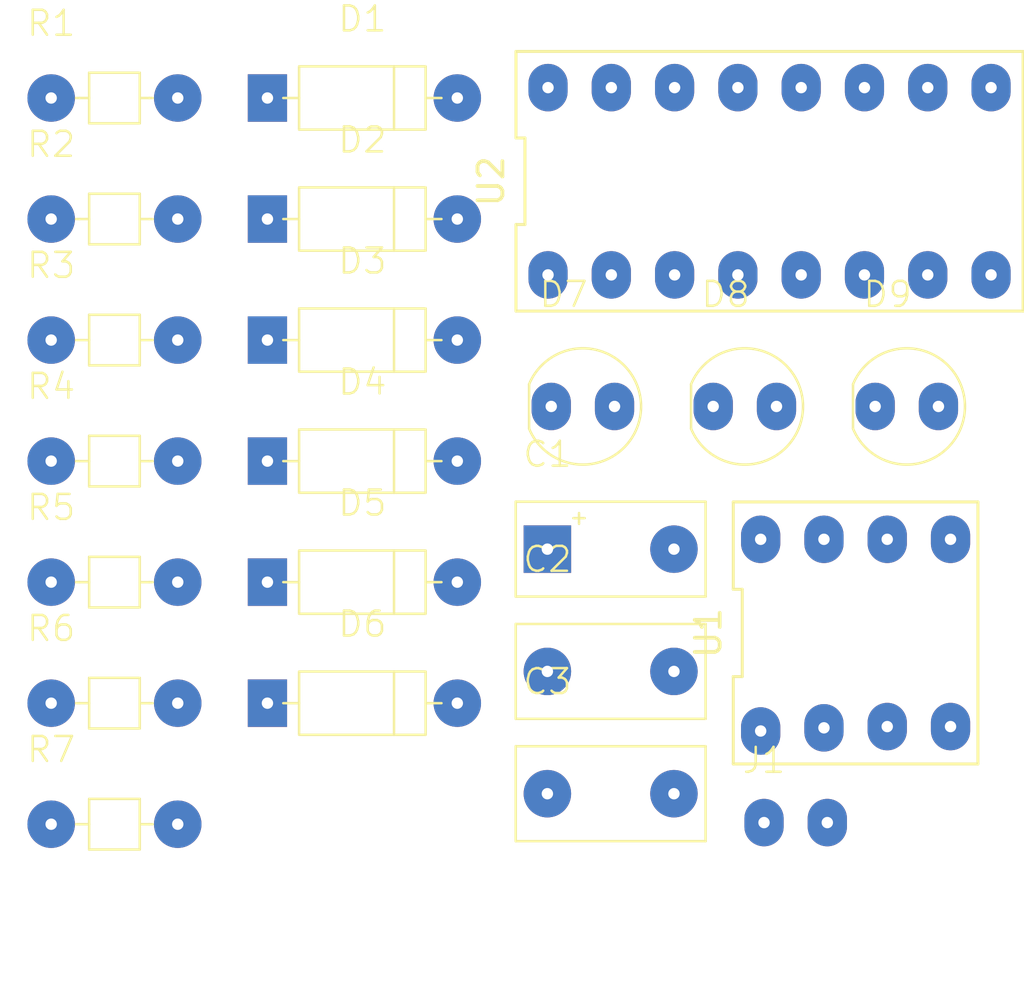
<source format=kicad_pcb>
(kicad_pcb (version 20240108) (generator "pcbnew") (generator_version "8.0")
  (layers (0 "F.Cu" signal) (31 "B.Cu" signal) (34 "B.Paste" user) (35 "F.Paste" user) (36 "B.SilkS" user "B.Silkscreen") (37 "F.SilkS" user "F.Silkscreen") (38 "B.Mask" user) (39 "F.Mask" user) (44 "Edge.Cuts" user))
  (net 0 "")
  (net 1 "Net-(U1-THR)")
  (net 2 "GND")
  (net 3 "Net-(U1-CV)")
  (net 4 "Net-(U2-Reset)")
  (net 5 "Net-(J1-Pin_1)")
  (net 6 "Net-(D1-K)")
  (net 7 "Net-(D1-A)")
  (net 8 "Net-(D2-A)")
  (net 9 "Net-(D3-A)")
  (net 10 "Net-(D4-A)")
  (net 11 "Net-(D5-A)")
  (net 12 "Net-(D5-K)")
  (net 13 "Net-(D6-A)")
  (net 14 "Net-(D7-A)")
  (net 15 "Net-(D8-A)")
  (net 16 "Net-(D9-A)")
  (net 17 "Net-(U1-DIS)")
  (net 18 "Net-(U1-Q)")
  (net 19 "Net-(U2-CLK)")
  (net 20 "Net-(U2-CKEN)")
  (net 21 "Net-(U2-Cout)")
  (footprint "MyLibrary:Diode" (layer "F.Cu") (at 134.085 76.7)
    (property "Reference" "D5" (at 3.81 -3.175 0) (layer "F.SilkS") (effects (font (thickness 0.1))))
    (property "Value" "1N4148")
    (fp_line (start 0.635 0) (end 1.27 0) (stroke (width 0.1)) (layer "F.SilkS"))
    (fp_line (start 5.08 -1.27) (end 5.08 1.27) (stroke (width 0.1)) (layer "F.SilkS"))
    (fp_line (start 6.35 0) (end 6.985 0) (stroke (width 0.1)) (layer "F.SilkS"))
    (fp_rect (start 1.27 -1.27) (end 6.35 1.27) (stroke (width 0.1)) (fill none) (layer "F.SilkS"))
    (pad "1" thru_hole rect (at 0 0) (size 1.5748 1.905) (drill 0.4572) (layers "*.Cu" "*.Mask") (net 12 "Net-(D5-K)"))
    (pad "2" thru_hole circle (at 7.62 0) (size 1.905 1.905) (drill 0.4572) (layers "*.Cu" "*.Mask") (net 11 "Net-(D5-A)"))
  )
  (footprint "MyLibrary:Connector" (layer "F.Cu") (at 154.015 86.355)
    (property "Reference" "J1" (at 0 -2.5 0) (layer "F.SilkS") (effects (font (thickness 0.1))))
    (property "Value" "Conn_01x02_Pin")
    (pad "1" thru_hole oval (at 0 0) (size 1.5748 1.905) (drill 0.4572) (layers "*.Cu" "*.Mask") (net 5 "Net-(J1-Pin_1)"))
    (pad "2" thru_hole oval (at 2.54 0) (size 1.5748 1.905) (drill 0.4572) (layers "*.Cu" "*.Mask") (net 2 "GND"))
  )
  (footprint "MyLibrary:LED" (layer "F.Cu") (at 151.975 69.645)
    (property "Reference" "D8" (at 0.5 -4.5 0) (layer "F.SilkS") (effects (font (thickness 0.1))))
    (property "Value" "LED-YELLOW")
    (fp_line (start -0.888999 -0.889001) (end -0.888999 0.889) (stroke (width 0.1)) (layer "F.SilkS"))
    (fp_arc (start -0.888999 -0.889001) (mid 3.604866 0) (end -0.888999 0.889) (stroke (width 0.1)) (layer "F.SilkS"))
    (pad "1" thru_hole oval (at 0 0) (size 1.5748 1.905) (drill 0.4572) (layers "*.Cu" "*.Mask") (net 2 "GND"))
    (pad "2" thru_hole oval (at 2.54 0) (size 1.5748 1.905) (drill 0.4572) (layers "*.Cu" "*.Mask") (net 15 "Net-(D8-A)"))
  )
  (footprint "MyLibrary:555" (layer "F.Cu") (at 153.88 82.677)
    (property "Reference" "U1" (at -2.1 -3.937 90) (layer "F.SilkS"))
    (property "Value" "LM555xN")
    (fp_line (start -1.1 -9.197) (end -1.1 -5.690333) (stroke (width 0.12)) (layer "F.SilkS"))
    (fp_line (start -1.1 -5.690333) (end -0.74 -5.690333) (stroke (width 0.12)) (layer "F.SilkS"))
    (fp_line (start -1.1 -2.183667) (end -1.1 1.323) (stroke (width 0.12)) (layer "F.SilkS"))
    (fp_line (start -1.1 1.323) (end 8.72 1.323) (stroke (width 0.12)) (layer "F.SilkS"))
    (fp_line (start -0.74 -5.690333) (end -0.74 -2.183667) (stroke (width 0.12)) (layer "F.SilkS"))
    (fp_line (start -0.74 -2.183667) (end -1.1 -2.183667) (stroke (width 0.12)) (layer "F.SilkS"))
    (fp_line (start 8.72 -9.197) (end -1.1 -9.197) (stroke (width 0.12)) (layer "F.SilkS"))
    (fp_line (start 8.72 1.323) (end 8.72 -9.197) (stroke (width 0.12)) (layer "F.SilkS"))
    (pad "1" thru_hole oval (at 0 0) (size 1.5748 1.905) (drill 0.4572) (layers "*.Cu" "*.Mask") (net 2 "GND"))
    (pad "2" thru_hole oval (at 2.54 -0.127) (size 1.5748 1.905) (drill 0.4572) (layers "*.Cu" "*.Mask") (net 1 "Net-(U1-THR)"))
    (pad "3" thru_hole oval (at 5.08 -0.177) (size 1.5748 1.905) (drill 0.4572) (layers "*.Cu" "*.Mask") (net 18 "Net-(U1-Q)"))
    (pad "4" thru_hole oval (at 7.62 -0.177) (size 1.5748 1.905) (drill 0.4572) (layers "*.Cu" "*.Mask") (net 5 "Net-(J1-Pin_1)"))
    (pad "5" thru_hole oval (at 7.62 -7.697) (size 1.5748 1.905) (drill 0.4572) (layers "*.Cu" "*.Mask") (net 3 "Net-(U1-CV)"))
    (pad "6" thru_hole oval (at 5.08 -7.697) (size 1.5748 1.905) (drill 0.4572) (layers "*.Cu" "*.Mask") (net 1 "Net-(U1-THR)"))
    (pad "7" thru_hole oval (at 2.54 -7.697) (size 1.5748 1.905) (drill 0.4572) (layers "*.Cu" "*.Mask") (net 17 "Net-(U1-DIS)"))
    (pad "8" thru_hole oval (at 0 -7.697) (size 1.5748 1.905) (drill 0.4572) (layers "*.Cu" "*.Mask") (net 5 "Net-(J1-Pin_1)"))
  )
  (footprint "MyLibrary:Diode" (layer "F.Cu") (at 134.085 81.56)
    (property "Reference" "D6" (at 3.81 -3.175 0) (layer "F.SilkS") (effects (font (thickness 0.1))))
    (property "Value" "1N4148")
    (fp_line (start 0.635 0) (end 1.27 0) (stroke (width 0.1)) (layer "F.SilkS"))
    (fp_line (start 5.08 -1.27) (end 5.08 1.27) (stroke (width 0.1)) (layer "F.SilkS"))
    (fp_line (start 6.35 0) (end 6.985 0) (stroke (width 0.1)) (layer "F.SilkS"))
    (fp_rect (start 1.27 -1.27) (end 6.35 1.27) (stroke (width 0.1)) (fill none) (layer "F.SilkS"))
    (pad "1" thru_hole rect (at 0 0) (size 1.5748 1.905) (drill 0.4572) (layers "*.Cu" "*.Mask") (net 12 "Net-(D5-K)"))
    (pad "2" thru_hole circle (at 7.62 0) (size 1.905 1.905) (drill 0.4572) (layers "*.Cu" "*.Mask") (net 13 "Net-(D6-A)"))
  )
  (footprint "MyLibrary:Capacitor" (layer "F.Cu") (at 145.32 85.195)
    (property "Reference" "C3" (at 0 -4.5 0) (layer "F.SilkS") (effects (font (thickness 0.1))))
    (property "Value" "6.8nF")
    (fp_line (start -1.27 -1.905) (end -1.27 1.905) (stroke (width 0.1)) (layer "F.SilkS"))
    (fp_line (start -1.27 1.905) (end 6.35 1.905) (stroke (width 0.1)) (layer "F.SilkS"))
    (fp_line (start 6.35 -1.905) (end -1.27 -1.905) (stroke (width 0.1)) (layer "F.SilkS"))
    (fp_line (start 6.35 -1.905) (end 6.35 1.905) (stroke (width 0.1)) (layer "F.SilkS"))
    (pad "1" thru_hole oval (at 0 0) (size 1.905 1.905) (drill 0.4572) (layers "*.Cu" "*.Mask") (net 5 "Net-(J1-Pin_1)"))
    (pad "2" thru_hole oval (at 5.08 0) (size 1.905 1.905) (drill 0.4572) (layers "*.Cu" "*.Mask") (net 4 "Net-(U2-Reset)"))
  )
  (footprint "MyLibrary:Diode" (layer "F.Cu") (at 134.085 62.12)
    (property "Reference" "D2" (at 3.81 -3.175 0) (layer "F.SilkS") (effects (font (thickness 0.1))))
    (property "Value" "1N4148")
    (fp_line (start 0.635 0) (end 1.27 0) (stroke (width 0.1)) (layer "F.SilkS"))
    (fp_line (start 5.08 -1.27) (end 5.08 1.27) (stroke (width 0.1)) (layer "F.SilkS"))
    (fp_line (start 6.35 0) (end 6.985 0) (stroke (width 0.1)) (layer "F.SilkS"))
    (fp_rect (start 1.27 -1.27) (end 6.35 1.27) (stroke (width 0.1)) (fill none) (layer "F.SilkS"))
    (pad "1" thru_hole rect (at 0 0) (size 1.5748 1.905) (drill 0.4572) (layers "*.Cu" "*.Mask") (net 6 "Net-(D1-K)"))
    (pad "2" thru_hole circle (at 7.62 0) (size 1.905 1.905) (drill 0.4572) (layers "*.Cu" "*.Mask") (net 8 "Net-(D2-A)"))
  )
  (footprint "MyLibrary:Diode" (layer "F.Cu") (at 134.085 66.98)
    (property "Reference" "D3" (at 3.81 -3.175 0) (layer "F.SilkS") (effects (font (thickness 0.1))))
    (property "Value" "1N4148")
    (fp_line (start 0.635 0) (end 1.27 0) (stroke (width 0.1)) (layer "F.SilkS"))
    (fp_line (start 5.08 -1.27) (end 5.08 1.27) (stroke (width 0.1)) (layer "F.SilkS"))
    (fp_line (start 6.35 0) (end 6.985 0) (stroke (width 0.1)) (layer "F.SilkS"))
    (fp_rect (start 1.27 -1.27) (end 6.35 1.27) (stroke (width 0.1)) (fill none) (layer "F.SilkS"))
    (pad "1" thru_hole rect (at 0 0) (size 1.5748 1.905) (drill 0.4572) (layers "*.Cu" "*.Mask") (net 6 "Net-(D1-K)"))
    (pad "2" thru_hole circle (at 7.62 0) (size 1.905 1.905) (drill 0.4572) (layers "*.Cu" "*.Mask") (net 9 "Net-(D3-A)"))
  )
  (footprint "MyLibrary:Resistor" (layer "F.Cu") (at 125.405 71.84)
    (property "Reference" "R4" (at 0 -3 0) (layer "F.SilkS") (effects (font (thickness 0.1))))
    (property "Value" "100k")
    (fp_line (start 1.143 0) (end 1 0) (stroke (width 0.1)) (layer "F.SilkS"))
    (fp_line (start 1.524 -1.016) (end 3.556 -1.016) (stroke (width 0.1)) (layer "F.SilkS"))
    (fp_line (start 1.524 0) (end 1.143 0) (stroke (width 0.1)) (layer "F.SilkS"))
    (fp_line (start 1.524 0) (end 1.524 -1.016) (stroke (width 0.1)) (layer "F.SilkS"))
    (fp_line (start 1.524 1.016) (end 1.524 0) (stroke (width 0.1)) (layer "F.SilkS"))
    (fp_line (start 3.556 -1.016) (end 3.556 0) (stroke (width 0.1)) (layer "F.SilkS"))
    (fp_line (start 3.556 0) (end 3.556 1.016) (stroke (width 0.1)) (layer "F.SilkS"))
    (fp_line (start 3.556 0) (end 3.937 0) (stroke (width 0.1)) (layer "F.SilkS"))
    (fp_line (start 3.556 1.016) (end 1.524 1.016) (stroke (width 0.1)) (layer "F.SilkS"))
    (fp_line (start 3.937 0) (end 4.075 0) (stroke (width 0.1)) (layer "F.SilkS"))
    (pad "1" thru_hole oval (at 0 0) (size 1.905 1.905) (drill 0.4572) (layers "*.Cu" "*.Mask") (net 4 "Net-(U2-Reset)"))
    (pad "2" thru_hole oval (at 5.08 0) (size 1.905 1.905) (drill 0.4572) (layers "*.Cu" "*.Mask") (net 20 "Net-(U2-CKEN)"))
  )
  (footprint "MyLibrary:Diode" (layer "F.Cu") (at 134.085 71.84)
    (property "Reference" "D4" (at 3.81 -3.175 0) (layer "F.SilkS") (effects (font (thickness 0.1))))
    (property "Value" "1N4148")
    (fp_line (start 0.635 0) (end 1.27 0) (stroke (width 0.1)) (layer "F.SilkS"))
    (fp_line (start 5.08 -1.27) (end 5.08 1.27) (stroke (width 0.1)) (layer "F.SilkS"))
    (fp_line (start 6.35 0) (end 6.985 0) (stroke (width 0.1)) (layer "F.SilkS"))
    (fp_rect (start 1.27 -1.27) (end 6.35 1.27) (stroke (width 0.1)) (fill none) (layer "F.SilkS"))
    (pad "1" thru_hole rect (at 0 0) (size 1.5748 1.905) (drill 0.4572) (layers "*.Cu" "*.Mask") (net 6 "Net-(D1-K)"))
    (pad "2" thru_hole circle (at 7.62 0) (size 1.905 1.905) (drill 0.4572) (layers "*.Cu" "*.Mask") (net 10 "Net-(D4-A)"))
  )
  (footprint "MyLibrary:Counter" (layer "F.Cu") (at 145.3205 64.3371)
    (property "Reference" "U2" (at -2.2605 -3.7346 90) (layer "F.SilkS"))
    (property "Value" "4017")
    (fp_line (start -1.2605 -8.9471) (end -1.2605 -5.4721) (stroke (width 0.12)) (layer "F.SilkS"))
    (fp_line (start -1.2605 -5.4721) (end -0.9005 -5.4721) (stroke (width 0.12)) (layer "F.SilkS"))
    (fp_line (start -1.2605 -1.997101) (end -1.2605 1.477899) (stroke (width 0.12)) (layer "F.SilkS"))
    (fp_line (start -1.2605 1.477899) (end 19.0913 1.4779) (stroke (width 0.12)) (layer "F.SilkS"))
    (fp_line (start -0.9005 -5.4721) (end -0.9005 -1.997101) (stroke (width 0.12)) (layer "F.SilkS"))
    (fp_line (start -0.9005 -1.997101) (end -1.2605 -1.997101) (stroke (width 0.12)) (layer "F.SilkS"))
    (fp_line (start 19.0913 -8.947099) (end -1.2605 -8.9471) (stroke (width 0.12)) (layer "F.SilkS"))
    (fp_line (start 19.0913 1.4779) (end 19.0913 -8.947099) (stroke (width 0.12)) (layer "F.SilkS"))
    (pad "1" thru_hole oval (at 0.0254 0.0254) (size 1.5718 1.905) (drill 0.4572) (layers "*.Cu" "*.Mask") (net 7 "Net-(D1-A)"))
    (pad "2" thru_hole oval (at 2.5654 0.0254) (size 1.5718 1.905) (drill 0.4572) (layers "*.Cu" "*.Mask"))
    (pad "3" thru_hole oval (at 5.1054 0.0254) (size 1.5718 1.905) (drill 0.4572) (layers "*.Cu" "*.Mask"))
    (pad "4" thru_hole oval (at 7.6454 0.0254) (size 1.5718 1.905) (drill 0.4572) (layers "*.Cu" "*.Mask"))
    (pad "5" thru_hole oval (at 10.1854 0.0254) (size 1.5718 1.905) (drill 0.4572) (layers "*.Cu" "*.Mask") (net 8 "Net-(D2-A)"))
    (pad "6" thru_hole oval (at 12.7254 0.0254) (size 1.5718 1.905) (drill 0.4572) (layers "*.Cu" "*.Mask") (net 9 "Net-(D3-A)"))
    (pad "7" thru_hole oval (at 15.2654 0.0254) (size 1.5718 1.905) (drill 0.4572) (layers "*.Cu" "*.Mask"))
    (pad "8" thru_hole oval (at 17.8054 0.0254) (size 1.5718 1.905) (drill 0.4572) (layers "*.Cu" "*.Mask"))
    (pad "9" thru_hole oval (at 17.8054 -7.4946) (size 1.5718 1.905) (drill 0.4572) (layers "*.Cu" "*.Mask") (net 10 "Net-(D4-A)"))
    (pad "10" thru_hole oval (at 15.2654 -7.4946) (size 1.5718 1.905) (drill 0.4572) (layers "*.Cu" "*.Mask") (net 13 "Net-(D6-A)"))
    (pad "11" thru_hole oval (at 12.7254 -7.4946) (size 1.5718 1.905) (drill 0.4572) (layers "*.Cu" "*.Mask") (net 11 "Net-(D5-A)"))
    (pad "12" thru_hole oval (at 10.1854 -7.4946) (size 1.5718 1.905) (drill 0.4572) (layers "*.Cu" "*.Mask") (net 21 "Net-(U2-Cout)"))
    (pad "13" thru_hole oval (at 7.6454 -7.4946) (size 1.5718 1.905) (drill 0.4572) (layers "*.Cu" "*.Mask") (net 20 "Net-(U2-CKEN)"))
    (pad "14" thru_hole oval (at 5.1054 -7.4946) (size 1.5718 1.905) (drill 0.4572) (layers "*.Cu" "*.Mask") (net 19 "Net-(U2-CLK)"))
    (pad "15" thru_hole oval (at 2.5654 -7.4946) (size 1.5718 1.905) (drill 0.4572) (layers "*.Cu" "*.Mask") (net 4 "Net-(U2-Reset)"))
    (pad "16" thru_hole oval (at 0.0254 -7.4946) (size 1.5718 1.905) (drill 0.4572) (layers "*.Cu" "*.Mask"))
  )
  (footprint "MyLibrary:LED" (layer "F.Cu") (at 145.475 69.645)
    (property "Reference" "D7" (at 0.5 -4.5 0) (layer "F.SilkS") (effects (font (thickness 0.1))))
    (property "Value" "LED-GREEN")
    (fp_line (start -0.888999 -0.889001) (end -0.888999 0.889) (stroke (width 0.1)) (layer "F.SilkS"))
    (fp_arc (start -0.888999 -0.889001) (mid 3.604866 0) (end -0.888999 0.889) (stroke (width 0.1)) (layer "F.SilkS"))
    (pad "1" thru_hole oval (at 0 0) (size 1.5748 1.905) (drill 0.4572) (layers "*.Cu" "*.Mask") (net 2 "GND"))
    (pad "2" thru_hole oval (at 2.54 0) (size 1.5748 1.905) (drill 0.4572) (layers "*.Cu" "*.Mask") (net 14 "Net-(D7-A)"))
  )
  (footprint "MyLibrary:Resistor" (layer "F.Cu") (at 125.405 62.12)
    (property "Reference" "R2" (at 0 -3 0) (layer "F.SilkS") (effects (font (thickness 0.1))))
    (property "Value" "22k")
    (fp_line (start 1.143 0) (end 1 0) (stroke (width 0.1)) (layer "F.SilkS"))
    (fp_line (start 1.524 -1.016) (end 3.556 -1.016) (stroke (width 0.1)) (layer "F.SilkS"))
    (fp_line (start 1.524 0) (end 1.143 0) (stroke (width 0.1)) (layer "F.SilkS"))
    (fp_line (start 1.524 0) (end 1.524 -1.016) (stroke (width 0.1)) (layer "F.SilkS"))
    (fp_line (start 1.524 1.016) (end 1.524 0) (stroke (width 0.1)) (layer "F.SilkS"))
    (fp_line (start 3.556 -1.016) (end 3.556 0) (stroke (width 0.1)) (layer "F.SilkS"))
    (fp_line (start 3.556 0) (end 3.556 1.016) (stroke (width 0.1)) (layer "F.SilkS"))
    (fp_line (start 3.556 0) (end 3.937 0) (stroke (width 0.1)) (layer "F.SilkS"))
    (fp_line (start 3.556 1.016) (end 1.524 1.016) (stroke (width 0.1)) (layer "F.SilkS"))
    (fp_line (start 3.937 0) (end 4.075 0) (stroke (width 0.1)) (layer "F.SilkS"))
    (pad "1" thru_hole oval (at 0 0) (size 1.905 1.905) (drill 0.4572) (layers "*.Cu" "*.Mask") (net 5 "Net-(J1-Pin_1)"))
    (pad "2" thru_hole oval (at 5.08 0) (size 1.905 1.905) (drill 0.4572) (layers "*.Cu" "*.Mask") (net 17 "Net-(U1-DIS)"))
  )
  (footprint "MyLibrary:Diode" (layer "F.Cu") (at 134.085 57.26)
    (property "Reference" "D1" (at 3.81 -3.175 0) (layer "F.SilkS") (effects (font (thickness 0.1))))
    (property "Value" "1N4148")
    (fp_line (start 0.635 0) (end 1.27 0) (stroke (width 0.1)) (layer "F.SilkS"))
    (fp_line (start 5.08 -1.27) (end 5.08 1.27) (stroke (width 0.1)) (layer "F.SilkS"))
    (fp_line (start 6.35 0) (end 6.985 0) (stroke (width 0.1)) (layer "F.SilkS"))
    (fp_rect (start 1.27 -1.27) (end 6.35 1.27) (stroke (width 0.1)) (fill none) (layer "F.SilkS"))
    (pad "1" thru_hole rect (at 0 0) (size 1.5748 1.905) (drill 0.4572) (layers "*.Cu" "*.Mask") (net 6 "Net-(D1-K)"))
    (pad "2" thru_hole circle (at 7.62 0) (size 1.905 1.905) (drill 0.4572) (layers "*.Cu" "*.Mask") (net 7 "Net-(D1-A)"))
  )
  (footprint "MyLibrary:Capacitor" (layer "F.Cu") (at 145.32 80.285)
    (property "Reference" "C2" (at 0 -4.5 0) (layer "F.SilkS") (effects (font (thickness 0.1))))
    (property "Value" "0.01uF")
    (fp_line (start -1.27 -1.905) (end -1.27 1.905) (stroke (width 0.1)) (layer "F.SilkS"))
    (fp_line (start -1.27 1.905) (end 6.35 1.905) (stroke (width 0.1)) (layer "F.SilkS"))
    (fp_line (start 6.35 -1.905) (end -1.27 -1.905) (stroke (width 0.1)) (layer "F.SilkS"))
    (fp_line (start 6.35 -1.905) (end 6.35 1.905) (stroke (width 0.1)) (layer "F.SilkS"))
    (pad "1" thru_hole oval (at 0 0) (size 1.905 1.905) (drill 0.4572) (layers "*.Cu" "*.Mask") (net 3 "Net-(U1-CV)"))
    (pad "2" thru_hole oval (at 5.08 0) (size 1.905 1.905) (drill 0.4572) (layers "*.Cu" "*.Mask") (net 2 "GND"))
  )
  (footprint "MyLibrary:Resistor" (layer "F.Cu") (at 125.405 57.26)
    (property "Reference" "R1" (at 0 -3 0) (layer "F.SilkS") (effects (font (thickness 0.1))))
    (property "Value" "10k")
    (fp_line (start 1.143 0) (end 1 0) (stroke (width 0.1)) (layer "F.SilkS"))
    (fp_line (start 1.524 -1.016) (end 3.556 -1.016) (stroke (width 0.1)) (layer "F.SilkS"))
    (fp_line (start 1.524 0) (end 1.143 0) (stroke (width 0.1)) (layer "F.SilkS"))
    (fp_line (start 1.524 0) (end 1.524 -1.016) (stroke (width 0.1)) (layer "F.SilkS"))
    (fp_line (start 1.524 1.016) (end 1.524 0) (stroke (width 0.1)) (layer "F.SilkS"))
    (fp_line (start 3.556 -1.016) (end 3.556 0) (stroke (width 0.1)) (layer "F.SilkS"))
    (fp_line (start 3.556 0) (end 3.556 1.016) (stroke (width 0.1)) (layer "F.SilkS"))
    (fp_line (start 3.556 0) (end 3.937 0) (stroke (width 0.1)) (layer "F.SilkS"))
    (fp_line (start 3.556 1.016) (end 1.524 1.016) (stroke (width 0.1)) (layer "F.SilkS"))
    (fp_line (start 3.937 0) (end 4.075 0) (stroke (width 0.1)) (layer "F.SilkS"))
    (pad "1" thru_hole oval (at 0 0) (size 1.905 1.905) (drill 0.4572) (layers "*.Cu" "*.Mask") (net 17 "Net-(U1-DIS)"))
    (pad "2" thru_hole oval (at 5.08 0) (size 1.905 1.905) (drill 0.4572) (layers "*.Cu" "*.Mask") (net 1 "Net-(U1-THR)"))
  )
  (footprint "MyLibrary:Resistor" (layer "F.Cu") (at 125.405 76.7)
    (property "Reference" "R5" (at 0 -3 0) (layer "F.SilkS") (effects (font (thickness 0.1))))
    (property "Value" "100R")
    (fp_line (start 1.143 0) (end 1 0) (stroke (width 0.1)) (layer "F.SilkS"))
    (fp_line (start 1.524 -1.016) (end 3.556 -1.016) (stroke (width 0.1)) (layer "F.SilkS"))
    (fp_line (start 1.524 0) (end 1.143 0) (stroke (width 0.1)) (layer "F.SilkS"))
    (fp_line (start 1.524 0) (end 1.524 -1.016) (stroke (width 0.1)) (layer "F.SilkS"))
    (fp_line (start 1.524 1.016) (end 1.524 0) (stroke (width 0.1)) (layer "F.SilkS"))
    (fp_line (start 3.556 -1.016) (end 3.556 0) (stroke (width 0.1)) (layer "F.SilkS"))
    (fp_line (start 3.556 0) (end 3.556 1.016) (stroke (width 0.1)) (layer "F.SilkS"))
    (fp_line (start 3.556 0) (end 3.937 0) (stroke (width 0.1)) (layer "F.SilkS"))
    (fp_line (start 3.556 1.016) (end 1.524 1.016) (stroke (width 0.1)) (layer "F.SilkS"))
    (fp_line (start 3.937 0) (end 4.075 0) (stroke (width 0.1)) (layer "F.SilkS"))
    (pad "1" thru_hole oval (at 0 0) (size 1.905 1.905) (drill 0.4572) (layers "*.Cu" "*.Mask") (net 6 "Net-(D1-K)"))
    (pad "2" thru_hole oval (at 5.08 0) (size 1.905 1.905) (drill 0.4572) (layers "*.Cu" "*.Mask") (net 14 "Net-(D7-A)"))
  )
  (footprint "MyLibrary:LED" (layer "F.Cu") (at 158.475 69.645)
    (property "Reference" "D9" (at 0.5 -4.5 0) (layer "F.SilkS") (effects (font (thickness 0.1))))
    (property "Value" "LED-RED")
    (fp_line (start -0.888999 -0.889001) (end -0.888999 0.889) (stroke (width 0.1)) (layer "F.SilkS"))
    (fp_arc (start -0.888999 -0.889001) (mid 3.604866 0) (end -0.888999 0.889) (stroke (width 0.1)) (layer "F.SilkS"))
    (pad "1" thru_hole oval (at 0 0) (size 1.5748 1.905) (drill 0.4572) (layers "*.Cu" "*.Mask") (net 2 "GND"))
    (pad "2" thru_hole oval (at 2.54 0) (size 1.5748 1.905) (drill 0.4572) (layers "*.Cu" "*.Mask") (net 16 "Net-(D9-A)"))
  )
  (footprint "MyLibrary:CP" (layer "F.Cu") (at 145.32 75.375)
    (property "Reference" "C1" (at 0 -3.81 0) (layer "F.SilkS") (effects (font (thickness 0.1))))
    (property "Value" "47u")
    (fp_line (start -1.27 -1.905) (end -1.27 1.905) (stroke (width 0.1)) (layer "F.SilkS"))
    (fp_line (start -1.27 1.905) (end 6.35 1.905) (stroke (width 0.1)) (layer "F.SilkS"))
    (fp_line (start 1.0414 -1.2446) (end 1.4986 -1.2446) (stroke (width 0.1)) (layer "F.SilkS"))
    (fp_line (start 1.27 -1.4478) (end 1.27 -1.016) (stroke (width 0.1)) (layer "F.SilkS"))
    (fp_line (start 6.35 -1.905) (end -1.27 -1.905) (stroke (width 0.1)) (layer "F.SilkS"))
    (fp_line (start 6.35 1.905) (end 6.35 -1.905) (stroke (width 0.1)) (layer "F.SilkS"))
    (pad "1" thru_hole rect (at 0 0) (size 1.905 1.905) (drill 0.4572) (layers "*.Cu" "*.Mask") (net 1 "Net-(U1-THR)"))
    (pad "2" thru_hole oval (at 5.08 0) (size 1.905 1.905) (drill 0.4572) (layers "*.Cu" "*.Mask") (net 2 "GND"))
  )
  (footprint "MyLibrary:Resistor" (layer "F.Cu") (at 125.405 66.98)
    (property "Reference" "R3" (at 0 -3 0) (layer "F.SilkS") (effects (font (thickness 0.1))))
    (property "Value" "10k")
    (fp_line (start 1.143 0) (end 1 0) (stroke (width 0.1)) (layer "F.SilkS"))
    (fp_line (start 1.524 -1.016) (end 3.556 -1.016) (stroke (width 0.1)) (layer "F.SilkS"))
    (fp_line (start 1.524 0) (end 1.143 0) (stroke (width 0.1)) (layer "F.SilkS"))
    (fp_line (start 1.524 0) (end 1.524 -1.016) (stroke (width 0.1)) (layer "F.SilkS"))
    (fp_line (start 1.524 1.016) (end 1.524 0) (stroke (width 0.1)) (layer "F.SilkS"))
    (fp_line (start 3.556 -1.016) (end 3.556 0) (stroke (width 0.1)) (layer "F.SilkS"))
    (fp_line (start 3.556 0) (end 3.556 1.016) (stroke (width 0.1)) (layer "F.SilkS"))
    (fp_line (start 3.556 0) (end 3.937 0) (stroke (width 0.1)) (layer "F.SilkS"))
    (fp_line (start 3.556 1.016) (end 1.524 1.016) (stroke (width 0.1)) (layer "F.SilkS"))
    (fp_line (start 3.937 0) (end 4.075 0) (stroke (width 0.1)) (layer "F.SilkS"))
    (pad "1" thru_hole oval (at 0 0) (size 1.905 1.905) (drill 0.4572) (layers "*.Cu" "*.Mask") (net 19 "Net-(U2-CLK)"))
    (pad "2" thru_hole oval (at 5.08 0) (size 1.905 1.905) (drill 0.4572) (layers "*.Cu" "*.Mask") (net 18 "Net-(U1-Q)"))
  )
  (footprint "MyLibrary:Resistor" (layer "F.Cu") (at 125.405 86.42)
    (property "Reference" "R7" (at 0 -3 0) (layer "F.SilkS") (effects (font (thickness 0.1))))
    (property "Value" "100R")
    (fp_line (start 1.143 0) (end 1 0) (stroke (width 0.1)) (layer "F.SilkS"))
    (fp_line (start 1.524 -1.016) (end 3.556 -1.016) (stroke (width 0.1)) (layer "F.SilkS"))
    (fp_line (start 1.524 0) (end 1.143 0) (stroke (width 0.1)) (layer "F.SilkS"))
    (fp_line (start 1.524 0) (end 1.524 -1.016) (stroke (width 0.1)) (layer "F.SilkS"))
    (fp_line (start 1.524 1.016) (end 1.524 0) (stroke (width 0.1)) (layer "F.SilkS"))
    (fp_line (start 3.556 -1.016) (end 3.556 0) (stroke (width 0.1)) (layer "F.SilkS"))
    (fp_line (start 3.556 0) (end 3.556 1.016) (stroke (width 0.1)) (layer "F.SilkS"))
    (fp_line (start 3.556 0) (end 3.937 0) (stroke (width 0.1)) (layer "F.SilkS"))
    (fp_line (start 3.556 1.016) (end 1.524 1.016) (stroke (width 0.1)) (layer "F.SilkS"))
    (fp_line (start 3.937 0) (end 4.075 0) (stroke (width 0.1)) (layer "F.SilkS"))
    (pad "1" thru_hole oval (at 0 0) (size 1.905 1.905) (drill 0.4572) (layers "*.Cu" "*.Mask") (net 21 "Net-(U2-Cout)"))
    (pad "2" thru_hole oval (at 5.08 0) (size 1.905 1.905) (drill 0.4572) (layers "*.Cu" "*.Mask") (net 16 "Net-(D9-A)"))
  )
  (footprint "MyLibrary:Resistor" (layer "F.Cu") (at 125.405 81.56)
    (property "Reference" "R6" (at 0 -3 0) (layer "F.SilkS") (effects (font (thickness 0.1))))
    (property "Value" "100R")
    (fp_line (start 1.143 0) (end 1 0) (stroke (width 0.1)) (layer "F.SilkS"))
    (fp_line (start 1.524 -1.016) (end 3.556 -1.016) (stroke (width 0.1)) (layer "F.SilkS"))
    (fp_line (start 1.524 0) (end 1.143 0) (stroke (width 0.1)) (layer "F.SilkS"))
    (fp_line (start 1.524 0) (end 1.524 -1.016) (stroke (width 0.1)) (layer "F.SilkS"))
    (fp_line (start 1.524 1.016) (end 1.524 0) (stroke (width 0.1)) (layer "F.SilkS"))
    (fp_line (start 3.556 -1.016) (end 3.556 0) (stroke (width 0.1)) (layer "F.SilkS"))
    (fp_line (start 3.556 0) (end 3.556 1.016) (stroke (width 0.1)) (layer "F.SilkS"))
    (fp_line (start 3.556 0) (end 3.937 0) (stroke (width 0.1)) (layer "F.SilkS"))
    (fp_line (start 3.556 1.016) (end 1.524 1.016) (stroke (width 0.1)) (layer "F.SilkS"))
    (fp_line (start 3.937 0) (end 4.075 0) (stroke (width 0.1)) (layer "F.SilkS"))
    (pad "1" thru_hole oval (at 0 0) (size 1.905 1.905) (drill 0.4572) (layers "*.Cu" "*.Mask") (net 12 "Net-(D5-K)"))
    (pad "2" thru_hole oval (at 5.08 0) (size 1.905 1.905) (drill 0.4572) (layers "*.Cu" "*.Mask") (net 15 "Net-(D8-A)"))
  )
)
</source>
